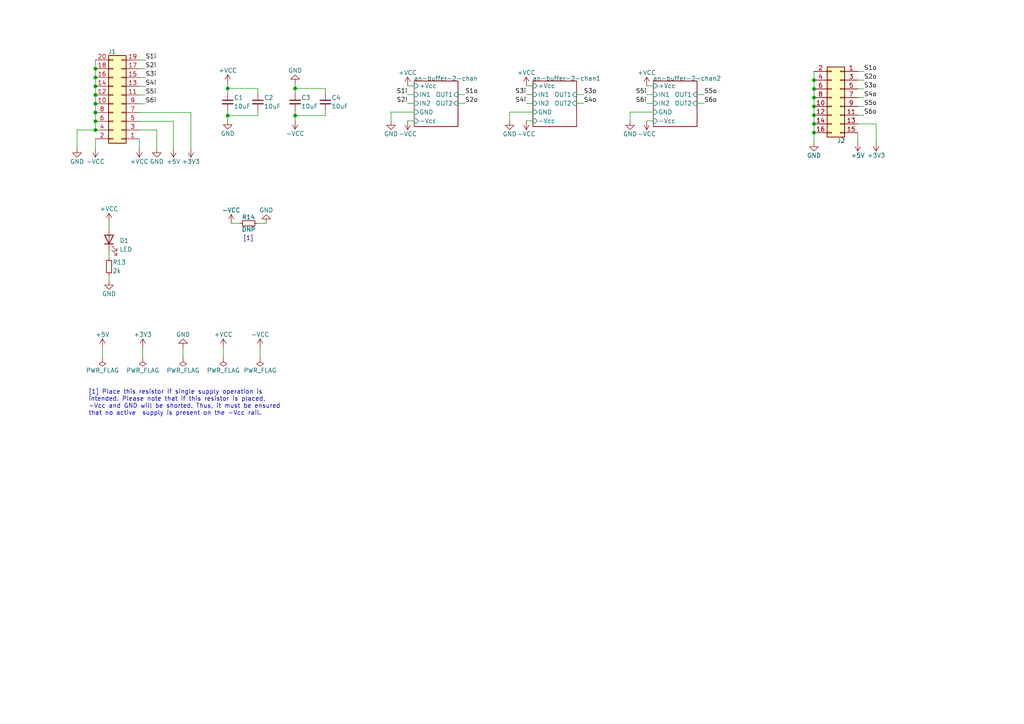
<source format=kicad_sch>
(kicad_sch (version 20211123) (generator eeschema)
  (paper "A4")
  (lib_symbols
    (symbol "CL_power:+VCC" (power) (pin_names (offset 0))
      (property "Value" "+VCC" (at 0 3.556 0))
      (symbol "+VCC_0_1"
        (polyline (pts (xy -0.762 1.27) (xy 0 2.54)))
        (polyline (pts (xy 0 0) (xy 0 2.54)))
        (polyline (pts (xy 0 2.54) (xy 0.762 1.27)))
      )
      (symbol "+VCC_1_1"
        (pin power_in line (at 0 0 90) (length 0) hide (name "+VCC") (number "1"))
      )
    )
    (symbol "CL_power:-VCC" (power) (pin_names (offset 0))
      (property "Value" "-VCC" (at 0 3.556 0))
      (symbol "-VCC_0_1"
        (polyline (pts (xy -0.762 1.27) (xy 0 2.54)))
        (polyline (pts (xy 0 0) (xy 0 2.54)))
        (polyline (pts (xy 0 2.54) (xy 0.762 1.27)))
      )
      (symbol "-VCC_1_1"
        (pin power_in line (at 0 0 90) (length 0) hide (name "-VCC") (number "1"))
      )
    )
    (symbol "Connector_Generic:Conn_02x08_Odd_Even" (pin_names (offset 1.016) hide)
      (property "Reference" "J" (at 1.27 10.16 0))
      (property "Value" "Conn_02x08_Odd_Even" (at 1.27 -12.7 0))
      (symbol "Conn_02x08_Odd_Even_1_1"
        (rectangle (start -1.27 -10.033) (end 0 -10.287) (stroke (width 0.1524)))
        (rectangle (start -1.27 -7.493) (end 0 -7.747) (stroke (width 0.1524)))
        (rectangle (start -1.27 -4.953) (end 0 -5.207) (stroke (width 0.1524)))
        (rectangle (start -1.27 -2.413) (end 0 -2.667) (stroke (width 0.1524)))
        (rectangle (start -1.27 0.127) (end 0 -0.127) (stroke (width 0.1524)))
        (rectangle (start -1.27 2.667) (end 0 2.413) (stroke (width 0.1524)))
        (rectangle (start -1.27 5.207) (end 0 4.953) (stroke (width 0.1524)))
        (rectangle (start -1.27 7.747) (end 0 7.493) (stroke (width 0.1524)))
        (rectangle (start -1.27 8.89) (end 3.81 -11.43) (stroke (width 0.254)) (fill (type background)))
        (rectangle (start 3.81 -10.033) (end 2.54 -10.287) (stroke (width 0.1524)))
        (rectangle (start 3.81 -7.493) (end 2.54 -7.747) (stroke (width 0.1524)))
        (rectangle (start 3.81 -4.953) (end 2.54 -5.207) (stroke (width 0.1524)))
        (rectangle (start 3.81 -2.413) (end 2.54 -2.667) (stroke (width 0.1524)))
        (rectangle (start 3.81 0.127) (end 2.54 -0.127) (stroke (width 0.1524)))
        (rectangle (start 3.81 2.667) (end 2.54 2.413) (stroke (width 0.1524)))
        (rectangle (start 3.81 5.207) (end 2.54 4.953) (stroke (width 0.1524)))
        (rectangle (start 3.81 7.747) (end 2.54 7.493) (stroke (width 0.1524)))
        (pin passive line (at -5.08 7.62 0) (length 3.81) (name "Pin_1") (number "1"))
        (pin passive line (at 7.62 -2.54 180) (length 3.81) (name "Pin_10") (number "10"))
        (pin passive line (at -5.08 -5.08 0) (length 3.81) (name "Pin_11") (number "11"))
        (pin passive line (at 7.62 -5.08 180) (length 3.81) (name "Pin_12") (number "12"))
        (pin passive line (at -5.08 -7.62 0) (length 3.81) (name "Pin_13") (number "13"))
        (pin passive line (at 7.62 -7.62 180) (length 3.81) (name "Pin_14") (number "14"))
        (pin passive line (at -5.08 -10.16 0) (length 3.81) (name "Pin_15") (number "15"))
        (pin passive line (at 7.62 -10.16 180) (length 3.81) (name "Pin_16") (number "16"))
        (pin passive line (at 7.62 7.62 180) (length 3.81) (name "Pin_2") (number "2"))
        (pin passive line (at -5.08 5.08 0) (length 3.81) (name "Pin_3") (number "3"))
        (pin passive line (at 7.62 5.08 180) (length 3.81) (name "Pin_4") (number "4"))
        (pin passive line (at -5.08 2.54 0) (length 3.81) (name "Pin_5") (number "5"))
        (pin passive line (at 7.62 2.54 180) (length 3.81) (name "Pin_6") (number "6"))
        (pin passive line (at -5.08 0 0) (length 3.81) (name "Pin_7") (number "7"))
        (pin passive line (at 7.62 0 180) (length 3.81) (name "Pin_8") (number "8"))
        (pin passive line (at -5.08 -2.54 0) (length 3.81) (name "Pin_9") (number "9"))
      )
    )
    (symbol "Connector_Generic:Conn_02x10_Odd_Even" (pin_names (offset 1.016) hide)
      (property "Reference" "J" (at 1.27 12.7 0))
      (property "Value" "Conn_02x10_Odd_Even" (at 1.27 -15.24 0))
      (symbol "Conn_02x10_Odd_Even_1_1"
        (rectangle (start -1.27 -12.573) (end 0 -12.827) (stroke (width 0.1524)))
        (rectangle (start -1.27 -10.033) (end 0 -10.287) (stroke (width 0.1524)))
        (rectangle (start -1.27 -7.493) (end 0 -7.747) (stroke (width 0.1524)))
        (rectangle (start -1.27 -4.953) (end 0 -5.207) (stroke (width 0.1524)))
        (rectangle (start -1.27 -2.413) (end 0 -2.667) (stroke (width 0.1524)))
        (rectangle (start -1.27 0.127) (end 0 -0.127) (stroke (width 0.1524)))
        (rectangle (start -1.27 2.667) (end 0 2.413) (stroke (width 0.1524)))
        (rectangle (start -1.27 5.207) (end 0 4.953) (stroke (width 0.1524)))
        (rectangle (start -1.27 7.747) (end 0 7.493) (stroke (width 0.1524)))
        (rectangle (start -1.27 10.287) (end 0 10.033) (stroke (width 0.1524)))
        (rectangle (start -1.27 11.43) (end 3.81 -13.97) (stroke (width 0.254)) (fill (type background)))
        (rectangle (start 3.81 -12.573) (end 2.54 -12.827) (stroke (width 0.1524)))
        (rectangle (start 3.81 -10.033) (end 2.54 -10.287) (stroke (width 0.1524)))
        (rectangle (start 3.81 -7.493) (end 2.54 -7.747) (stroke (width 0.1524)))
        (rectangle (start 3.81 -4.953) (end 2.54 -5.207) (stroke (width 0.1524)))
        (rectangle (start 3.81 -2.413) (end 2.54 -2.667) (stroke (width 0.1524)))
        (rectangle (start 3.81 0.127) (end 2.54 -0.127) (stroke (width 0.1524)))
        (rectangle (start 3.81 2.667) (end 2.54 2.413) (stroke (width 0.1524)))
        (rectangle (start 3.81 5.207) (end 2.54 4.953) (stroke (width 0.1524)))
        (rectangle (start 3.81 7.747) (end 2.54 7.493) (stroke (width 0.1524)))
        (rectangle (start 3.81 10.287) (end 2.54 10.033) (stroke (width 0.1524)))
        (pin passive line (at -5.08 10.16 0) (length 3.81) (name "Pin_1") (number "1"))
        (pin passive line (at 7.62 0 180) (length 3.81) (name "Pin_10") (number "10"))
        (pin passive line (at -5.08 -2.54 0) (length 3.81) (name "Pin_11") (number "11"))
        (pin passive line (at 7.62 -2.54 180) (length 3.81) (name "Pin_12") (number "12"))
        (pin passive line (at -5.08 -5.08 0) (length 3.81) (name "Pin_13") (number "13"))
        (pin passive line (at 7.62 -5.08 180) (length 3.81) (name "Pin_14") (number "14"))
        (pin passive line (at -5.08 -7.62 0) (length 3.81) (name "Pin_15") (number "15"))
        (pin passive line (at 7.62 -7.62 180) (length 3.81) (name "Pin_16") (number "16"))
        (pin passive line (at -5.08 -10.16 0) (length 3.81) (name "Pin_17") (number "17"))
        (pin passive line (at 7.62 -10.16 180) (length 3.81) (name "Pin_18") (number "18"))
        (pin passive line (at -5.08 -12.7 0) (length 3.81) (name "Pin_19") (number "19"))
        (pin passive line (at 7.62 10.16 180) (length 3.81) (name "Pin_2") (number "2"))
        (pin passive line (at 7.62 -12.7 180) (length 3.81) (name "Pin_20") (number "20"))
        (pin passive line (at -5.08 7.62 0) (length 3.81) (name "Pin_3") (number "3"))
        (pin passive line (at 7.62 7.62 180) (length 3.81) (name "Pin_4") (number "4"))
        (pin passive line (at -5.08 5.08 0) (length 3.81) (name "Pin_5") (number "5"))
        (pin passive line (at 7.62 5.08 180) (length 3.81) (name "Pin_6") (number "6"))
        (pin passive line (at -5.08 2.54 0) (length 3.81) (name "Pin_7") (number "7"))
        (pin passive line (at 7.62 2.54 180) (length 3.81) (name "Pin_8") (number "8"))
        (pin passive line (at -5.08 0 0) (length 3.81) (name "Pin_9") (number "9"))
      )
    )
    (symbol "Device:C_Small" (pin_numbers hide) (pin_names (offset 0.254) hide)
      (property "Reference" "C" (at 0.254 1.778 0))
      (property "Value" "C_Small" (at 0.254 -2.032 0))
      (symbol "C_Small_0_1"
        (polyline (pts (xy -1.524 -0.508) (xy 1.524 -0.508)) (stroke (width 0.3302)))
        (polyline (pts (xy -1.524 0.508) (xy 1.524 0.508)) (stroke (width 0.3048)))
      )
      (symbol "C_Small_1_1"
        (pin passive line (at 0 2.54 270) (length 2.032) (name "~") (number "1"))
        (pin passive line (at 0 -2.54 90) (length 2.032) (name "~") (number "2"))
      )
    )
    (symbol "Device:LED" (pin_numbers hide) (pin_names (offset 1.016) hide)
      (property "Reference" "D" (at 0 2.54 0))
      (property "Value" "LED" (at 0 -2.54 0))
      (symbol "LED_0_1"
        (polyline (pts (xy -1.27 -1.27) (xy -1.27 1.27)) (stroke (width 0.254)))
        (polyline (pts (xy -1.27 0) (xy 1.27 0)))
        (polyline (pts (xy 1.27 -1.27) (xy 1.27 1.27) (xy -1.27 0) (xy 1.27 -1.27)) (stroke (width 0.254)))
        (polyline (pts (xy -3.048 -0.762) (xy -4.572 -2.286) (xy -3.81 -2.286) (xy -4.572 -2.286) (xy -4.572 -1.524)))
        (polyline (pts (xy -1.778 -0.762) (xy -3.302 -2.286) (xy -2.54 -2.286) (xy -3.302 -2.286) (xy -3.302 -1.524)))
      )
      (symbol "LED_1_1"
        (pin passive line (at -3.81 0 0) (length 2.54) (name "K") (number "1"))
        (pin passive line (at 3.81 0 180) (length 2.54) (name "A") (number "2"))
      )
    )
    (symbol "Device:R_Small" (pin_numbers hide) (pin_names (offset 0.254) hide)
      (property "Reference" "R" (at 0.762 0.508 0))
      (property "Value" "R_Small" (at 0.762 -1.016 0))
      (symbol "R_Small_0_1"
        (rectangle (start -0.762 1.778) (end 0.762 -1.778) (stroke (width 0.2032)))
      )
      (symbol "R_Small_1_1"
        (pin passive line (at 0 2.54 270) (length 0.762) (name "~") (number "1"))
        (pin passive line (at 0 -2.54 90) (length 0.762) (name "~") (number "2"))
      )
    )
    (symbol "power:+3V3" (power) (pin_names (offset 0))
      (property "Value" "+3V3" (at 0 3.556 0))
      (symbol "+3V3_0_1"
        (polyline (pts (xy -0.762 1.27) (xy 0 2.54)))
        (polyline (pts (xy 0 0) (xy 0 2.54)))
        (polyline (pts (xy 0 2.54) (xy 0.762 1.27)))
      )
      (symbol "+3V3_1_1"
        (pin power_in line (at 0 0 90) (length 0) hide (name "+3V3") (number "1"))
      )
    )
    (symbol "power:+5V" (power) (pin_names (offset 0))
      (property "Value" "+5V" (at 0 3.556 0))
      (symbol "+5V_0_1"
        (polyline (pts (xy -0.762 1.27) (xy 0 2.54)))
        (polyline (pts (xy 0 0) (xy 0 2.54)))
        (polyline (pts (xy 0 2.54) (xy 0.762 1.27)))
      )
      (symbol "+5V_1_1"
        (pin power_in line (at 0 0 90) (length 0) hide (name "+5V") (number "1"))
      )
    )
    (symbol "power:GND" (power) (pin_names (offset 0))
      (property "Value" "GND" (at 0 -3.81 0))
      (symbol "GND_0_1"
        (polyline (pts (xy 0 0) (xy 0 -1.27) (xy 1.27 -1.27) (xy 0 -2.54) (xy -1.27 -1.27) (xy 0 -1.27)))
      )
      (symbol "GND_1_1"
        (pin power_in line (at 0 0 270) (length 0) hide (name "GND") (number "1"))
      )
    )
    (symbol "power:PWR_FLAG" (power) (pin_numbers hide) (pin_names (offset 0) hide)
      (property "Value" "PWR_FLAG" (at 0 3.81 0))
      (symbol "PWR_FLAG_0_0"
        (pin power_out line (at 0 0 90) (length 0) (name "pwr") (number "1"))
      )
      (symbol "PWR_FLAG_0_1"
        (polyline (pts (xy 0 0) (xy 0 1.27) (xy -1.016 1.905) (xy 0 2.54) (xy 1.016 1.905) (xy 0 1.27)))
      )
    )
  )
  (junction (at 66.04 25.654))
  (junction (at 85.598 25.654))
  (junction (at 66.04 33.528))
  (junction (at 27.686 27.559))
  (junction (at 236.093 23.241))
  (junction (at 27.686 19.939))
  (junction (at 236.093 38.481))
  (junction (at 27.686 32.639))
  (junction (at 27.686 22.479))
  (junction (at 236.093 28.321))
  (junction (at 236.093 30.861))
  (junction (at 236.093 35.941))
  (junction (at 27.686 35.179))
  (junction (at 236.093 25.781))
  (junction (at 27.686 37.719))
  (junction (at 236.093 33.401))
  (junction (at 85.598 33.528))
  (junction (at 27.686 25.019))
  (junction (at 27.686 30.099))
  (wire (pts (xy 31.623 79.883) (xy 31.623 81.407)))
  (wire (pts (xy 64.77 100.838) (xy 64.77 103.632)))
  (wire (pts (xy 66.04 32.131) (xy 66.04 33.528)))
  (wire (pts (xy 29.718 100.838) (xy 29.718 103.632)))
  (wire (pts (xy 74.803 33.528) (xy 66.04 33.528)))
  (wire (pts (xy 85.598 25.654) (xy 85.598 27.051)))
  (wire (pts (xy 236.093 30.861) (xy 236.093 33.401)))
  (wire (pts (xy 202.184 29.972) (xy 204.216 29.972)))
  (wire (pts (xy 236.093 35.941) (xy 236.093 38.481)))
  (wire (pts (xy 147.828 35.052) (xy 147.828 32.512)))
  (wire (pts (xy 187.579 35.052) (xy 189.484 35.052)))
  (wire (pts (xy 152.654 27.432) (xy 154.559 27.432)))
  (wire (pts (xy 85.598 24.257) (xy 85.598 25.654)))
  (wire (pts (xy 85.598 32.131) (xy 85.598 33.528)))
  (wire (pts (xy 248.793 30.861) (xy 250.571 30.861)))
  (wire (pts (xy 41.402 100.838) (xy 41.402 103.632)))
  (wire (pts (xy 236.093 23.241) (xy 236.093 25.781)))
  (wire (pts (xy 248.793 38.481) (xy 248.793 41.275)))
  (wire (pts (xy 182.753 35.052) (xy 182.753 32.512)))
  (wire (pts (xy 67.056 64.77) (xy 69.596 64.77)))
  (wire (pts (xy 236.093 38.481) (xy 236.093 41.275)))
  (wire (pts (xy 113.411 35.052) (xy 113.411 32.512)))
  (wire (pts (xy 40.386 22.479) (xy 42.164 22.479)))
  (wire (pts (xy 248.793 35.941) (xy 254.127 35.941)))
  (wire (pts (xy 147.828 32.512) (xy 154.559 32.512)))
  (wire (pts (xy 27.686 35.179) (xy 27.686 37.719)))
  (wire (pts (xy 40.386 40.259) (xy 40.386 43.053)))
  (wire (pts (xy 40.386 35.179) (xy 50.292 35.179)))
  (wire (pts (xy 94.361 27.051) (xy 94.361 25.654)))
  (wire (pts (xy 27.686 30.099) (xy 27.686 32.639)))
  (wire (pts (xy 40.386 19.939) (xy 42.164 19.939)))
  (wire (pts (xy 27.686 22.479) (xy 27.686 25.019)))
  (wire (pts (xy 27.686 27.559) (xy 27.686 30.099)))
  (wire (pts (xy 113.411 32.512) (xy 120.142 32.512)))
  (wire (pts (xy 22.352 37.719) (xy 27.686 37.719)))
  (wire (pts (xy 40.386 32.639) (xy 55.372 32.639)))
  (wire (pts (xy 40.386 30.099) (xy 42.164 30.099)))
  (wire (pts (xy 40.386 37.719) (xy 45.466 37.719)))
  (wire (pts (xy 118.237 29.972) (xy 120.142 29.972)))
  (wire (pts (xy 187.579 29.972) (xy 189.484 29.972)))
  (wire (pts (xy 118.237 24.892) (xy 120.142 24.892)))
  (wire (pts (xy 236.093 25.781) (xy 236.093 28.321)))
  (wire (pts (xy 248.793 23.241) (xy 250.571 23.241)))
  (wire (pts (xy 187.579 27.432) (xy 189.484 27.432)))
  (wire (pts (xy 85.598 33.528) (xy 85.598 34.925)))
  (wire (pts (xy 152.654 35.052) (xy 154.559 35.052)))
  (wire (pts (xy 74.803 25.654) (xy 66.04 25.654)))
  (wire (pts (xy 167.259 27.432) (xy 169.291 27.432)))
  (wire (pts (xy 94.361 25.654) (xy 85.598 25.654)))
  (wire (pts (xy 254.127 35.941) (xy 254.127 41.275)))
  (wire (pts (xy 66.04 33.528) (xy 66.04 34.925)))
  (wire (pts (xy 248.793 28.321) (xy 250.571 28.321)))
  (wire (pts (xy 152.654 24.892) (xy 154.559 24.892)))
  (wire (pts (xy 66.04 24.257) (xy 66.04 25.654)))
  (wire (pts (xy 27.686 17.399) (xy 27.686 19.939)))
  (wire (pts (xy 53.086 100.838) (xy 53.086 103.632)))
  (wire (pts (xy 45.466 37.719) (xy 45.466 43.053)))
  (wire (pts (xy 118.237 27.432) (xy 120.142 27.432)))
  (wire (pts (xy 248.793 33.401) (xy 250.571 33.401)))
  (wire (pts (xy 66.04 25.654) (xy 66.04 27.051)))
  (wire (pts (xy 27.686 32.639) (xy 27.686 35.179)))
  (wire (pts (xy 248.793 20.701) (xy 250.571 20.701)))
  (wire (pts (xy 50.292 35.179) (xy 50.292 43.053)))
  (wire (pts (xy 31.623 64.389) (xy 31.623 65.659)))
  (wire (pts (xy 152.654 29.972) (xy 154.559 29.972)))
  (wire (pts (xy 40.386 25.019) (xy 42.164 25.019)))
  (wire (pts (xy 167.259 29.972) (xy 169.291 29.972)))
  (wire (pts (xy 31.623 73.279) (xy 31.623 74.803)))
  (wire (pts (xy 74.803 32.131) (xy 74.803 33.528)))
  (wire (pts (xy 27.686 40.259) (xy 27.686 43.053)))
  (wire (pts (xy 236.093 28.321) (xy 236.093 30.861)))
  (wire (pts (xy 248.793 25.781) (xy 250.571 25.781)))
  (wire (pts (xy 94.361 32.131) (xy 94.361 33.528)))
  (wire (pts (xy 40.386 27.559) (xy 42.164 27.559)))
  (wire (pts (xy 94.361 33.528) (xy 85.598 33.528)))
  (wire (pts (xy 27.686 25.019) (xy 27.686 27.559)))
  (wire (pts (xy 202.184 27.432) (xy 204.216 27.432)))
  (wire (pts (xy 236.093 20.701) (xy 236.093 23.241)))
  (wire (pts (xy 132.842 29.972) (xy 134.874 29.972)))
  (wire (pts (xy 40.386 17.399) (xy 42.164 17.399)))
  (wire (pts (xy 182.753 32.512) (xy 189.484 32.512)))
  (wire (pts (xy 132.842 27.432) (xy 134.874 27.432)))
  (wire (pts (xy 74.803 27.051) (xy 74.803 25.654)))
  (wire (pts (xy 27.686 19.939) (xy 27.686 22.479)))
  (wire (pts (xy 118.237 35.052) (xy 120.142 35.052)))
  (wire (pts (xy 75.438 100.838) (xy 75.438 103.632)))
  (wire (pts (xy 22.352 43.053) (xy 22.352 37.719)))
  (wire (pts (xy 55.372 32.639) (xy 55.372 43.053)))
  (wire (pts (xy 74.676 64.77) (xy 77.216 64.77)))
  (wire (pts (xy 187.579 24.892) (xy 189.484 24.892)))
  (wire (pts (xy 236.093 33.401) (xy 236.093 35.941)))
  (text "[1]" (at 70.485 69.977 0) (effects (font (size 1.27 1.27)) (justify left bottom)))
  (text "[1] Place this resistor if single supply operation is \nintended. Please note that if this resistor is placed,\n-Vcc and GND will be shorted. Thus, it must be ensured \nthat no active  supply is present on the -Vcc rail. " (at 25.654 120.65 0) (effects (font (size 1.27 1.27)) (justify left bottom)))
  (label "S4o" (at 169.291 29.972 0))
  (label "S1o" (at 134.874 27.432 0))
  (label "S6o" (at 250.571 33.401 0))
  (label "S3i" (at 42.164 22.479 0))
  (label "S1i" (at 118.237 27.432 180))
  (label "S2i" (at 42.164 19.939 0))
  (label "S2o" (at 134.874 29.972 0))
  (label "S3i" (at 152.654 27.432 180))
  (label "S5o" (at 204.216 27.432 0))
  (label "S6i" (at 42.164 30.099 0))
  (label "S5i" (at 42.164 27.559 0))
  (label "S5o" (at 250.571 30.861 0))
  (label "S4o" (at 250.571 28.321 0))
  (label "S3o" (at 169.291 27.432 0))
  (label "S5i" (at 187.579 27.432 180))
  (label "S4i" (at 152.654 29.972 180))
  (label "S2i" (at 118.237 29.972 180))
  (label "S1o" (at 250.571 20.701 0))
  (label "S6i" (at 187.579 29.972 180))
  (label "S4i" (at 42.164 25.019 0))
  (label "S1i" (at 42.164 17.399 0))
  (label "S2o" (at 250.571 23.241 0))
  (label "S6o" (at 204.216 29.972 0))
  (label "S3o" (at 250.571 25.781 0))
  (symbol (lib_id "CL_power:-VCC") (at 152.654 35.052 180) (unit 1)
    (property "Reference" "#PWR011" (effects hide))
    (property "Value" "-VCC" (at 152.654 38.862 0))
  )
  (symbol (lib_id "Device:C_Small") (at 74.803 29.591 0) (unit 1)
    (property "Reference" "C2" (at 76.581 28.321 0) (effects (justify left)))
    (property "Value" "10uF" (at 76.581 30.861 0) (effects (justify left)))
    (property "Footprint" "Capacitor_SMD:C_0805_2012Metric" (effects hide))
  )
  (symbol (lib_id "CL_power:+VCC") (at 64.77 100.838 0) (unit 1)
    (property "Reference" "#PWR023" (effects hide))
    (property "Value" "+VCC" (at 64.77 97.028 0))
  )
  (symbol (lib_id "CL_power:+VCC") (at 118.237 24.892 0) (unit 1)
    (property "Reference" "#PWR03" (effects hide))
    (property "Value" "+VCC" (at 118.237 21.082 0))
  )
  (symbol (lib_id "power:PWR_FLAG") (at 29.718 103.632 180) (unit 1)
    (property "Reference" "#FLG01" (effects hide))
    (property "Value" "PWR_FLAG" (at 29.718 107.442 0))
  )
  (symbol (lib_id "power:+5V") (at 50.292 43.053 180) (unit 1)
    (property "Reference" "#PWR018" (effects hide))
    (property "Value" "+5V" (at 50.292 46.863 0))
  )
  (symbol (lib_id "power:+3V3") (at 55.372 43.053 180) (unit 1)
    (property "Reference" "#PWR019" (effects hide))
    (property "Value" "+3V3" (at 55.372 46.863 0))
  )
  (symbol (lib_id "power:PWR_FLAG") (at 75.438 103.632 180) (unit 1)
    (property "Reference" "#FLG05" (effects hide))
    (property "Value" "PWR_FLAG" (at 75.438 107.442 0))
  )
  (symbol (lib_id "CL_power:-VCC") (at 27.686 43.053 180) (unit 1)
    (property "Reference" "#PWR015" (effects hide))
    (property "Value" "-VCC" (at 27.686 46.863 0))
  )
  (symbol (lib_id "power:GND") (at 182.753 35.052 0) (unit 1)
    (property "Reference" "#PWR012" (effects hide))
    (property "Value" "GND" (at 182.753 38.862 0))
  )
  (symbol (lib_id "power:PWR_FLAG") (at 41.402 103.632 180) (unit 1)
    (property "Reference" "#FLG02" (effects hide))
    (property "Value" "PWR_FLAG" (at 41.402 107.442 0))
  )
  (symbol (lib_id "CL_power:-VCC") (at 85.598 34.925 180) (unit 1)
    (property "Reference" "#PWR07" (effects hide))
    (property "Value" "-VCC" (at 85.598 38.735 0))
  )
  (symbol (lib_id "Device:C_Small") (at 66.04 29.591 0) (unit 1)
    (property "Reference" "C1" (at 67.818 28.321 0) (effects (justify left)))
    (property "Value" "10uF" (at 67.818 30.861 0) (effects (justify left)))
    (property "Footprint" "Capacitor_SMD:C_0805_2012Metric" (effects hide))
  )
  (symbol (lib_id "power:GND") (at 45.466 43.053 0) (unit 1)
    (property "Reference" "#PWR017" (effects hide))
    (property "Value" "GND" (at 45.466 46.863 0))
  )
  (symbol (lib_id "Device:C_Small") (at 85.598 29.591 0) (unit 1)
    (property "Reference" "C3" (at 87.376 28.321 0) (effects (justify left)))
    (property "Value" "10uF" (at 87.376 30.861 0) (effects (justify left)))
    (property "Footprint" "Capacitor_SMD:C_0805_2012Metric" (effects hide))
  )
  (symbol (lib_id "power:PWR_FLAG") (at 64.77 103.632 180) (unit 1)
    (property "Reference" "#FLG04" (effects hide))
    (property "Value" "PWR_FLAG" (at 64.77 107.442 0))
  )
  (symbol (lib_id "power:+5V") (at 248.793 41.275 180) (unit 1)
    (property "Reference" "#PWR026" (effects hide))
    (property "Value" "+5V" (at 248.793 45.085 0))
  )
  (symbol (lib_id "CL_power:-VCC") (at 67.056 64.77 0) (unit 1)
    (property "Reference" "#PWR030" (effects hide))
    (property "Value" "-VCC" (at 67.056 60.96 0))
  )
  (symbol (lib_id "power:GND") (at 236.093 41.275 0) (unit 1)
    (property "Reference" "#PWR025" (effects hide))
    (property "Value" "GND" (at 236.093 45.085 0))
  )
  (symbol (lib_id "power:GND") (at 31.623 81.407 0) (unit 1)
    (property "Reference" "#PWR029" (effects hide))
    (property "Value" "GND" (at 31.623 85.217 0))
  )
  (symbol (lib_id "power:GND") (at 22.352 43.053 0) (unit 1)
    (property "Reference" "#PWR014" (effects hide))
    (property "Value" "GND" (at 22.352 46.863 0))
  )
  (symbol (lib_id "CL_power:+VCC") (at 40.386 43.053 180) (unit 1)
    (property "Reference" "#PWR016" (effects hide))
    (property "Value" "+VCC" (at 40.386 46.863 0))
  )
  (symbol (lib_id "Device:R_Small") (at 31.623 77.343 0) (unit 1)
    (property "Reference" "R13" (at 32.639 76.073 0) (effects (justify left)))
    (property "Value" "2k" (at 32.639 78.613 0) (effects (justify left)))
    (property "Footprint" "Resistor_SMD:R_0805_2012Metric" (effects hide))
  )
  (symbol (lib_id "power:GND") (at 53.086 100.838 180) (unit 1)
    (property "Reference" "#PWR022" (effects hide))
    (property "Value" "GND" (at 53.086 97.028 0))
  )
  (symbol (lib_id "Connector_Generic:Conn_02x10_Odd_Even") (at 35.306 30.099 180) (unit 1)
    (property "Reference" "J1" (at 32.512 14.986 0))
    (property "Value" "Conn_02x10_Odd_Even" (effects hide))
    (property "Footprint" "Connector_PinHeader_2.54mm:PinHeader_2x10_P2.54mm_Horizontal" (effects hide))
  )
  (symbol (lib_id "power:GND") (at 77.216 64.77 180) (unit 1)
    (property "Reference" "#PWR031" (effects hide))
    (property "Value" "GND" (at 77.216 60.96 0))
  )
  (symbol (lib_id "CL_power:-VCC") (at 187.579 35.052 180) (unit 1)
    (property "Reference" "#PWR013" (effects hide))
    (property "Value" "-VCC" (at 187.579 38.862 0))
  )
  (symbol (lib_id "power:GND") (at 147.828 35.052 0) (unit 1)
    (property "Reference" "#PWR010" (effects hide))
    (property "Value" "GND" (at 147.828 38.862 0))
  )
  (symbol (lib_id "CL_power:+VCC") (at 152.654 24.892 0) (unit 1)
    (property "Reference" "#PWR04" (effects hide))
    (property "Value" "+VCC" (at 152.654 21.082 0))
  )
  (symbol (lib_id "CL_power:+VCC") (at 31.623 64.389 0) (unit 1)
    (property "Reference" "#PWR028" (effects hide))
    (property "Value" "+VCC" (at 31.623 60.579 0))
  )
  (symbol (lib_id "Device:C_Small") (at 94.361 29.591 0) (unit 1)
    (property "Reference" "C4" (at 96.139 28.321 0) (effects (justify left)))
    (property "Value" "10uF" (at 96.139 30.861 0) (effects (justify left)))
    (property "Footprint" "Capacitor_SMD:C_0805_2012Metric" (effects hide))
  )
  (symbol (lib_id "Device:R_Small") (at 72.136 64.77 90) (unit 1)
    (property "Reference" "R14" (at 74.041 62.992 90) (effects (justify left)))
    (property "Value" "DNP" (at 74.168 66.548 90) (effects (justify left)))
    (property "Footprint" "Resistor_SMD:R_0805_2012Metric" (effects hide))
  )
  (symbol (lib_id "CL_power:-VCC") (at 118.237 35.052 180) (unit 1)
    (property "Reference" "#PWR09" (effects hide))
    (property "Value" "-VCC" (at 118.237 38.862 0))
  )
  (symbol (lib_id "Device:LED") (at 31.623 69.469 90) (unit 1)
    (property "Reference" "D1" (at 34.671 69.7864 90) (effects (justify right)))
    (property "Value" "LED" (at 34.671 72.3264 90) (effects (justify right)))
    (property "Footprint" "LED_SMD:LED_0805_2012Metric_Pad1.15x1.40mm_HandSolder" (effects hide))
  )
  (symbol (lib_id "CL_power:-VCC") (at 75.438 100.838 0) (unit 1)
    (property "Reference" "#PWR024" (effects hide))
    (property "Value" "-VCC" (at 75.438 97.028 0))
  )
  (symbol (lib_id "CL_power:+VCC") (at 187.579 24.892 0) (unit 1)
    (property "Reference" "#PWR05" (effects hide))
    (property "Value" "+VCC" (at 187.579 21.082 0))
  )
  (symbol (lib_id "power:PWR_FLAG") (at 53.086 103.632 180) (unit 1)
    (property "Reference" "#FLG03" (effects hide))
    (property "Value" "PWR_FLAG" (at 53.086 107.442 0))
  )
  (symbol (lib_id "power:GND") (at 85.598 24.257 180) (unit 1)
    (property "Reference" "#PWR02" (effects hide))
    (property "Value" "GND" (at 85.598 20.447 0))
  )
  (symbol (lib_id "power:+5V") (at 29.718 100.838 0) (unit 1)
    (property "Reference" "#PWR020" (effects hide))
    (property "Value" "+5V" (at 29.718 97.028 0))
  )
  (symbol (lib_id "CL_power:+VCC") (at 66.04 24.257 0) (unit 1)
    (property "Reference" "#PWR01" (effects hide))
    (property "Value" "+VCC" (at 66.04 20.447 0))
  )
  (symbol (lib_id "Connector_Generic:Conn_02x08_Odd_Even") (at 243.713 28.321 0) (mirror y) (unit 1)
    (property "Reference" "J2" (at 243.967 40.767 0))
    (property "Value" "Conn_02x08_Odd_Even" (effects hide))
    (property "Footprint" "Connector_PinHeader_2.54mm:PinHeader_2x08_P2.54mm_Horizontal" (effects hide))
  )
  (symbol (lib_id "power:+3V3") (at 41.402 100.838 0) (unit 1)
    (property "Reference" "#PWR021" (effects hide))
    (property "Value" "+3V3" (at 41.402 97.028 0))
  )
  (symbol (lib_id "power:+3V3") (at 254.127 41.275 180) (unit 1)
    (property "Reference" "#PWR027" (effects hide))
    (property "Value" "+3V3" (at 254.127 45.085 0))
  )
  (symbol (lib_id "power:GND") (at 113.411 35.052 0) (unit 1)
    (property "Reference" "#PWR08" (effects hide))
    (property "Value" "GND" (at 113.411 38.862 0))
  )
  (symbol (lib_id "power:GND") (at 66.04 34.925 0) (unit 1)
    (property "Reference" "#PWR06" (effects hide))
    (property "Value" "GND" (at 66.04 38.735 0))
  )
  (sheet (at 154.559 23.495) (size 12.7 13.208) (stroke (width 0.1524))
    (property "Sheet name" "an-buffer-2-chan1" (at 154.432 23.495 0) (effects (justify left bottom)))
    (property "Sheet file" "analog-buffer-2-channel.kicad_sch" (effects hide))
    (pin "OUT2" input (at 167.259 29.972 0))
    (pin "IN1" input (at 154.559 27.432 180))
    (pin "IN2" input (at 154.559 29.972 180))
    (pin "OUT1" input (at 167.259 27.432 0))
    (pin "GND" input (at 154.559 32.512 180))
    (pin "-Vcc" input (at 154.559 35.052 180))
    (pin "+Vcc" input (at 154.559 24.892 180))
  )
  (sheet (at 189.484 23.495) (size 12.7 13.208) (stroke (width 0.1524))
    (property "Sheet name" "an-buffer-2-chan2" (at 189.357 23.495 0) (effects (justify left bottom)))
    (property "Sheet file" "analog-buffer-2-channel.kicad_sch" (effects hide))
    (pin "OUT2" input (at 202.184 29.972 0))
    (pin "IN1" input (at 189.484 27.432 180))
    (pin "IN2" input (at 189.484 29.972 180))
    (pin "OUT1" input (at 202.184 27.432 0))
    (pin "GND" input (at 189.484 32.512 180))
    (pin "-Vcc" input (at 189.484 35.052 180))
    (pin "+Vcc" input (at 189.484 24.892 180))
  )
  (sheet (at 120.142 23.495) (size 12.7 13.208) (stroke (width 0.1524))
    (property "Sheet name" "an-buffer-2-chan" (at 120.015 23.495 0) (effects (justify left bottom)))
    (property "Sheet file" "analog-buffer-2-channel.kicad_sch" (effects hide))
    (pin "OUT2" input (at 132.842 29.972 0))
    (pin "IN1" input (at 120.142 27.432 180))
    (pin "IN2" input (at 120.142 29.972 180))
    (pin "OUT1" input (at 132.842 27.432 0))
    (pin "GND" input (at 120.142 32.512 180))
    (pin "-Vcc" input (at 120.142 35.052 180))
    (pin "+Vcc" input (at 120.142 24.892 180))
  )
)
</source>
